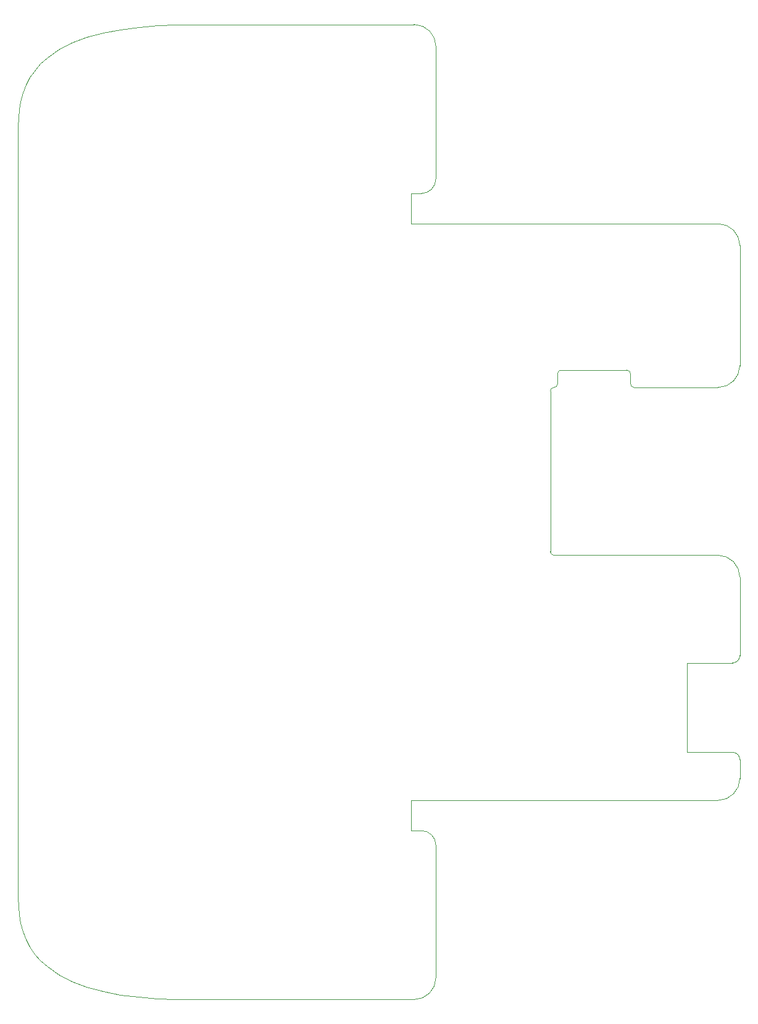
<source format=gm1>
G04*
<<<<<<< HEAD
G04 #@! TF.GenerationSoftware,Altium Limited,Altium Designer,24.2.2 (26)*
=======
G04 #@! TF.GenerationSoftware,Altium Limited,Altium Designer,25.1.2 (22)*
>>>>>>> 613e14270cc375eb23a491e7e857863a29f37ea3
G04*
G04 Layer_Color=16711935*
%FSLAX43Y43*%
%MOMM*%
G71*
G04*
<<<<<<< HEAD
G04 #@! TF.SameCoordinates,ED9163A0-6DB0-4723-8498-66EEF6ED2332*
=======
G04 #@! TF.SameCoordinates,67307762-3149-45A4-8697-BBC3368EA460*
>>>>>>> 613e14270cc375eb23a491e7e857863a29f37ea3
G04*
G04*
G04 #@! TF.FilePolarity,Positive*
G04*
G01*
G75*
%ADD213C,0.013*%
D213*
X57316Y130596D02*
G03*
X54316Y133596I-3000J-0D01*
G01*
X55316Y110451D02*
G03*
X57316Y112451I0J2000D01*
G01*
X57316Y130596D02*
G03*
X54316Y133596I-3000J-0D01*
G01*
X55316Y110451D02*
G03*
X57316Y112451I0J2000D01*
G01*
X99006Y103301D02*
G03*
X96006Y106301I-3000J-0D01*
G01*
X96006Y83870D02*
G03*
X99006Y86870I0J3000D01*
G01*
X84006Y84370D02*
G03*
X84506Y83870I500J0D01*
G01*
X84006Y85752D02*
G03*
X83506Y86252I-500J-0D01*
G01*
X74506D02*
G03*
X74006Y85752I0J-500D01*
G01*
X73506Y83870D02*
G03*
X74006Y84370I0J500D01*
G01*
X73506Y83870D02*
G03*
X73006Y83370I0J-500D01*
G01*
Y61379D02*
G03*
X73506Y60879I500J0D01*
G01*
X99006Y57879D02*
G03*
X96006Y60879I-3000J-0D01*
G01*
X98006Y46131D02*
G03*
X99006Y47131I0J1000D01*
G01*
Y32881D02*
G03*
X98006Y33881I-1000J0D01*
G01*
X96006Y27301D02*
G03*
X99006Y30301I0J3000D01*
G01*
X57316Y21151D02*
G03*
X55316Y23151I-2000J0D01*
G01*
X54316Y6D02*
G03*
X57316Y3006I0J3000D01*
G01*
X53911Y23151D02*
X55316D01*
X57316Y3006D02*
Y21151D01*
X24006Y6D02*
X54316D01*
X21613Y35D02*
X24006Y6D01*
X19102Y141D02*
X21613Y35D01*
X16559Y347D02*
X19102Y141D01*
X14056Y674D02*
X16559Y347D01*
X11657Y1137D02*
X14056Y674D01*
X9414Y1746D02*
X11657Y1137D01*
X7372Y2507D02*
X9414Y1746D01*
X5561Y3423D02*
X7372Y2507D01*
X4006Y4492D02*
X5561Y3423D01*
X3064Y5339D02*
X4006Y4492D01*
X2257Y6256D02*
X3064Y5339D01*
X1586Y7237D02*
X2257Y6256D01*
X1047Y8275D02*
X1586Y7237D01*
X633Y9364D02*
X1047Y8275D01*
X334Y10495D02*
X633Y9364D01*
X141Y11659D02*
X334Y10495D01*
X37Y12843D02*
X141Y11659D01*
X6Y14037D02*
X37Y12843D01*
X6Y14037D02*
Y119565D01*
X37Y120759D01*
X141Y121944D01*
X334Y123107D01*
X633Y124238D01*
X1047Y125327D01*
X1586Y126366D01*
X3064Y128263D01*
X4006Y129111D01*
X5561Y130179D01*
X7372Y131095D01*
X9414Y131857D01*
X11657Y132466D01*
X14056Y132928D01*
X16559Y133255D01*
X19102Y133461D01*
X21613Y133567D01*
X24006Y133596D01*
X54316D01*
X57316Y112451D02*
Y130596D01*
X53911Y110451D02*
X55316D01*
X57316Y112451D02*
Y130596D01*
X53911Y110451D02*
X55316D01*
X53911Y106301D02*
Y110451D01*
Y106301D02*
X96006D01*
X99006Y86870D02*
Y103301D01*
X84506Y83870D02*
X96006D01*
X84006Y84370D02*
Y85752D01*
X74506Y86252D02*
X83506D01*
X74006Y84370D02*
Y85752D01*
X73006Y61379D02*
Y83370D01*
X73506Y60879D02*
X96006D01*
X99006Y47131D02*
Y57879D01*
X91756Y46131D02*
X98006D01*
X91756Y33881D02*
Y46131D01*
Y33881D02*
X98006D01*
X99006Y30301D02*
Y32881D01*
X53911Y27301D02*
X96006D01*
X53911Y23151D02*
Y27301D01*
Y23151D02*
X55316D01*
X57316Y3006D02*
Y21151D01*
M02*

</source>
